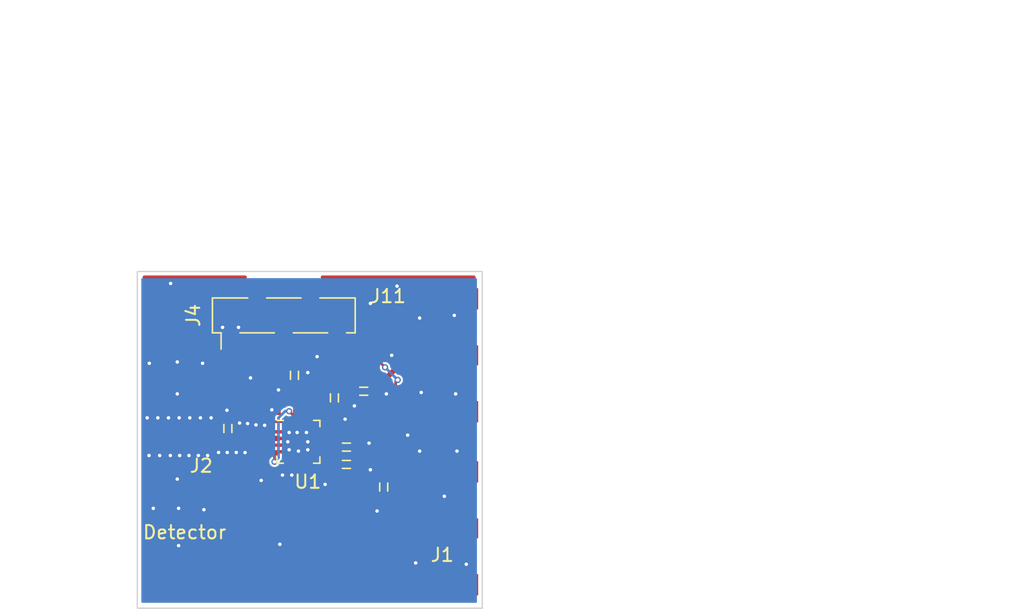
<source format=kicad_pcb>
(kicad_pcb (version 20240108) (generator "pcbnew") (generator_version "8.0")
  (layers (0 "F.Cu" mixed) (1 "In1.Cu" signal) (2 "In2.Cu" signal) (31 "B.Cu" mixed) (35 "F.Paste" user) (36 "B.SilkS" user "B.Silkscreen") (37 "F.SilkS" user "F.Silkscreen") (38 "B.Mask" user) (39 "F.Mask" user) (44 "Edge.Cuts" user))
  (net 0 "")
  (net 1 "GND")
  (net 2 "Net-(J2-RF)")
  (net 3 "Net-(J1-RF)")
  (net 4 "Net-(J11-RF)")
  (net 5 "+5V")
  (net 6 "/5V0_FIL")
  (net 7 "Net-(U1-VRMS)")
  (net 8 "Net-(U1-VENV)")
  (net 10 "Net-(U1-RFIN)")
  (net 11 "Net-(J4-Pin_3)")
  (net 12 "Net-(U1-FLT2)")
  (net 16 "Net-(U1-FLT4)")
  (net 19 "Net-(U1-FLT1)")
  (net 20 "Net-(J4-Pin_4)")
  (net 21 "Net-(U1-EREF)")
  (net 22 "Net-(J4-Pin_5)")
  (footprint "b_all:R603" (layer "F.Cu") (at 204.4 104.5 90)
    (property "Reference" "R2" (hide yes))
    (property "Value" "1" (hide yes))
    (fp_line (start -0.3 -0.3) (end 0.3 -0.3) (stroke (width 0.12)) (layer "F.SilkS"))
    (fp_line (start -0.3 0.3) (end 0.3 0.3) (stroke (width 0.12)) (layer "F.SilkS"))
    (pad "1" smd rect (at -0.7 0 90) (size 0.6 0.8) (layers "F.Cu" "F.Paste" "F.Mask") (net 6 "/5V0_FIL"))
    (pad "2" smd rect (at 0.7 0 90) (size 0.6 0.8) (layers "F.Cu" "F.Paste" "F.Mask") (net 5 "+5V"))
  )
  (footprint "b_all:R603" (layer "F.Cu") (at 207.4 106.2 -90)
    (property "Reference" "R3" (hide yes))
    (property "Value" "0" (hide yes))
    (fp_line (start -0.3 0.3) (end 0.3 0.3) (stroke (width 0.12)) (layer "F.SilkS"))
    (fp_line (start -0.3 -0.3) (end 0.3 -0.3) (stroke (width 0.12)) (layer "F.SilkS"))
    (pad "1" smd rect (at -0.7 0 270) (size 0.6 0.8) (layers "F.Cu" "F.Paste" "F.Mask") (net 22 "Net-(J4-Pin_5)"))
    (pad "2" smd rect (at 0.7 0 270) (size 0.6 0.8) (layers "F.Cu" "F.Paste" "F.Mask") (net 7 "Net-(U1-VRMS)"))
  )
  (footprint "b_all:R603" (layer "F.Cu") (at 199.4 108.5 90)
    (property "Reference" "R1" (hide yes))
    (property "Value" "0" (hide yes))
    (fp_line (start -0.3 -0.3) (end 0.3 -0.3) (stroke (width 0.12)) (layer "F.SilkS"))
    (fp_line (start -0.3 0.3) (end 0.3 0.3) (stroke (width 0.12)) (layer "F.SilkS"))
    (pad "1" smd rect (at -0.7 0 90) (size 0.6 0.8) (layers "F.Cu" "F.Paste" "F.Mask") (net 2 "Net-(J2-RF)"))
    (pad "2" smd rect (at 0.7 0 90) (size 0.6 0.8) (layers "F.Cu" "F.Paste" "F.Mask") (net 1 "GND"))
  )
  (footprint "b_all:C603" (layer "F.Cu") (at 201.1 109.2 180)
    (property "Reference" "C1" (hide yes))
    (property "Value" "6200pf" (hide yes))
    (pad "1" smd rect (at -0.7 0 180) (size 0.6 0.8) (layers "F.Cu" "F.Paste" "F.Mask") (net 10 "Net-(U1-RFIN)"))
    (pad "2" smd rect (at 0.7 0 180) (size 0.6 0.8) (layers "F.Cu" "F.Paste" "F.Mask") (net 2 "Net-(J2-RF)"))
  )
  (footprint "b_all:R603" (layer "F.Cu") (at 211.1 112.9 90)
    (property "Reference" "R6" (hide yes))
    (property "Value" "0" (hide yes))
    (fp_line (start -0.3 -0.3) (end 0.3 -0.3) (stroke (width 0.12)) (layer "F.SilkS"))
    (fp_line (start -0.3 0.3) (end 0.3 0.3) (stroke (width 0.12)) (layer "F.SilkS"))
    (pad "1" smd rect (at -0.7 0 90) (size 0.6 0.8) (layers "F.Cu" "F.Paste" "F.Mask") (net 3 "Net-(J1-RF)"))
    (pad "2" smd rect (at 0.7 0 90) (size 0.6 0.8) (layers "F.Cu" "F.Paste" "F.Mask") (net 20 "Net-(J4-Pin_4)"))
  )
  (footprint "b_all:QFN-16-1EP_3x3mm_P0.5mm_EP.9x.9mm" (layer "F.Cu") (at 204.7 109.5)
    (property "Reference" "U1" (at 0.7 3 0) (layer "F.SilkS"))
    (property "Value" "~")
    (fp_line (start -1.61 1.61) (end -1.61 1.135) (stroke (width 0.12)) (layer "F.SilkS"))
    (fp_line (start -1.135 -1.61) (end -1.61 -1.61) (stroke (width 0.12)) (layer "F.SilkS"))
    (fp_line (start -1.135 1.61) (end -1.61 1.61) (stroke (width 0.12)) (layer "F.SilkS"))
    (fp_line (start 1.135 -1.61) (end 1.61 -1.61) (stroke (width 0.12)) (layer "F.SilkS"))
    (fp_line (start 1.135 1.61) (end 1.61 1.61) (stroke (width 0.12)) (layer "F.SilkS"))
    (fp_line (start 1.61 -1.61) (end 1.61 -1.135) (stroke (width 0.12)) (layer "F.SilkS"))
    (fp_line (start 1.61 1.61) (end 1.61 1.135) (stroke (width 0.12)) (layer "F.SilkS"))
    (pad "1" smd roundrect (at -1.5125 -0.75) (size 0.675 0.25) (layers "F.Cu" "F.Paste" "F.Mask"))
    (pad "2" smd roundrect (at -1.5125 -0.25) (size 0.675 0.25) (layers "F.Cu" "F.Paste" "F.Mask") (net 10 "Net-(U1-RFIN)"))
    (pad "3" smd roundrect (at -1.5125 0.25) (size 0.675 0.25) (layers "F.Cu" "F.Paste" "F.Mask") (net 19 "Net-(U1-FLT1)"))
    (pad "4" smd roundrect (at -1.5125 0.75) (size 0.675 0.25) (layers "F.Cu" "F.Paste" "F.Mask") (net 6 "/5V0_FIL"))
    (pad "5" smd roundrect (at -0.75 1.5125) (size 0.25 0.675) (layers "F.Cu" "F.Paste" "F.Mask") (net 1 "GND"))
    (pad "6" smd roundrect (at -0.25 1.5125) (size 0.25 0.675) (layers "F.Cu" "F.Paste" "F.Mask"))
    (pad "7" smd roundrect (at 0.25 1.5125) (size 0.25 0.675) (layers "F.Cu" "F.Paste" "F.Mask"))
    (pad "8" smd roundrect (at 0.75 1.5125) (size 0.25 0.675) (layers "F.Cu" "F.Paste" "F.Mask"))
    (pad "9" smd roundrect (at 1.5125 0.75) (size 0.675 0.25) (layers "F.Cu" "F.Paste" "F.Mask") (net 21 "Net-(U1-EREF)"))
    (pad "10" smd roundrect (at 1.5125 0.25) (size 0.675 0.25) (layers "F.Cu" "F.Paste" "F.Mask") (net 8 "Net-(U1-VENV)"))
    (pad "11" smd roundrect (at 1.5125 -0.25) (size 0.675 0.25) (layers "F.Cu" "F.Paste" "F.Mask") (net 7 "Net-(U1-VRMS)"))
    (pad "12" smd roundrect (at 1.5125 -0.75) (size 0.675 0.25) (layers "F.Cu" "F.Paste" "F.Mask"))
    (pad "13" smd roundrect (at 0.75 -1.5125) (size 0.25 0.675) (layers "F.Cu" "F.Paste" "F.Mask"))
    (pad "14" smd roundrect (at 0.25 -1.5125) (size 0.25 0.675) (layers "F.Cu" "F.Paste" "F.Mask") (net 16 "Net-(U1-FLT4)"))
    (pad "15" smd roundrect (at -0.25 -1.5125) (size 0.25 0.675) (layers "F.Cu" "F.Paste" "F.Mask") (net 6 "/5V0_FIL"))
    (pad "16" smd roundrect (at -0.75 -1.5125) (size 0.25 0.675) (layers "F.Cu" "F.Paste" "F.Mask") (net 12 "Net-(U1-FLT2)"))
    (pad "17" smd rect (at 0 0) (size 0.93 0.93) (layers "F.Cu" "F.Mask") (net 1 "GND"))
  )
  (footprint "b_all:R603" (layer "F.Cu") (at 208.3 109.9 180)
    (property "Reference" "R5" (hide yes))
    (property "Value" "0" (hide yes))
    (fp_line (start -0.3 0.3) (end 0.3 0.3) (stroke (width 0.12)) (layer "F.SilkS"))
    (fp_line (start -0.3 -0.3) (end 0.3 -0.3) (stroke (width 0.12)) (layer "F.SilkS"))
    (pad "1" smd rect (at -0.7 0 180) (size 0.6 0.8) (layers "F.Cu" "F.Paste" "F.Mask") (net 4 "Net-(J11-RF)"))
    (pad "2" smd rect (at 0.7 0 180) (size 0.6 0.8) (layers "F.Cu" "F.Paste" "F.Mask") (net 8 "Net-(U1-VENV)"))
  )
  (footprint "b_all:SMA_Edge_062_142_0701" (layer "F.Cu") (at 195.7 109.1 90)
    (property "Reference" "J2" (at -2.2 1.7 180) (layer "F.SilkS"))
    (property "Value" "SMA_Edge")
    (pad "1" smd rect (at 0 -1.4 90) (size 0.5 2.6) (layers "F.Cu" "F.Mask") (net 2 "Net-(J2-RF)"))
    (pad "2" smd rect (at -4.2418 -0.1 90) (size 1.9 5.2) (layers "*.Mask" "F.Cu") (net 1 "GND"))
    (pad "2" smd rect (at -4.2 -0.1 90) (size 1.9 5.2) (layers "*.Mask" "B.Cu") (net 1 "GND"))
    (pad "2" smd rect (at 4.2 -0.1 90) (size 1.9 5.2) (layers "*.Mask" "B.Cu") (net 1 "GND"))
    (pad "2" smd rect (at 4.2418 -0.1 90) (size 1.9 5.2) (layers "*.Mask" "F.Cu") (net 1 "GND"))
  )
  (footprint "b_all:C603" (layer "F.Cu") (at 205.9 106 90)
    (property "Reference" "C6" (hide yes))
    (property "Value" ".1uF" (hide yes))
    (pad "1" smd rect (at -0.7 0 90) (size 0.6 0.8) (layers "F.Cu" "F.Paste" "F.Mask") (net 16 "Net-(U1-FLT4)"))
    (pad "2" smd rect (at 0.7 0 90) (size 0.6 0.8) (layers "F.Cu" "F.Paste" "F.Mask") (net 6 "/5V0_FIL"))
  )
  (footprint "b_all:R603" (layer "F.Cu") (at 209.6 105.7 180)
    (property "Reference" "R7" (hide yes))
    (property "Value" "0" (hide yes))
    (fp_line (start -0.3 0.3) (end 0.3 0.3) (stroke (width 0.12)) (layer "F.SilkS"))
    (fp_line (start -0.3 -0.3) (end 0.3 -0.3) (stroke (width 0.12)) (layer "F.SilkS"))
    (pad "1" smd rect (at -0.7 0 180) (size 0.6 0.8) (layers "F.Cu" "F.Paste" "F.Mask") (net 4 "Net-(J11-RF)"))
    (pad "2" smd rect (at 0.7 0 180) (size 0.6 0.8) (layers "F.Cu" "F.Paste" "F.Mask") (net 11 "Net-(J4-Pin_3)"))
  )
  (footprint "b_all:C603" (layer "F.Cu") (at 209 108.1 -90)
    (property "Reference" "C9" (hide yes))
    (property "Value" "DNI" (hide yes))
    (pad "1" smd rect (at -0.7 0 270) (size 0.6 0.8) (layers "F.Cu" "F.Paste" "F.Mask") (net 1 "GND"))
    (pad "2" smd rect (at 0.7 0 270) (size 0.6 0.8) (layers "F.Cu" "F.Paste" "F.Mask") (net 4 "Net-(J11-RF)"))
  )
  (footprint "b_all:SMA_Edge_062" (layer "F.Cu") (at 215.493 103 -90)
    (property "Reference" "J11" (at -4.445 4.064 0) (layer "F.SilkS"))
    (property "Value" "SMA_Edge")
    (pad "1" smd rect (at 0 -0.1 270) (size 1.4986 5.2) (layers "F.Cu" "F.Mask") (net 4 "Net-(J11-RF)"))
    (pad "2" smd rect (at -4.2418 -0.1 270) (size 1.6002 5.2) (layers "*.Mask" "F.Cu") (net 1 "GND"))
    (pad "2" smd rect (at 4.2418 -0.1 270) (size 1.6002 5.2) (layers "*.Mask" "F.Cu") (net 1 "GND"))
  )
  (footprint "Connector_PinSocket_2.00mm:PinSocket_1x05_P2.00mm_Vertical_SMD_Pin1Left" (layer "F.Cu") (at 203.6 100 90)
    (property "Reference" "J4" (at 0 -6.8 -90) (layer "F.SilkS"))
    (property "Value" "Conn_01x05")
    (fp_line (start 1.31 -5.36) (end 1.31 -2.71) (stroke (width 0.12)) (layer "F.SilkS"))
    (fp_line (start -1.31 -5.36) (end 1.31 -5.36) (stroke (width 0.12)) (layer "F.SilkS"))
    (fp_line (start -1.31 -5.36) (end -1.31 -4.71) (stroke (width 0.12)) (layer "F.SilkS"))
    (fp_line (start -2.54 -4.71) (end -1.31 -4.71) (stroke (width 0.12)) (layer "F.SilkS"))
    (fp_line (start -1.31 -3.29) (end -1.31 -0.71) (stroke (width 0.12)) (layer "F.SilkS"))
    (fp_line (start 1.31 -1.29) (end 1.31 1.29) (stroke (width 0.12)) (layer "F.SilkS"))
    (fp_line (start -1.31 0.71) (end -1.31 3.29) (stroke (width 0.12)) (layer "F.SilkS"))
    (fp_line (start 1.31 2.71) (end 1.31 5.36) (stroke (width 0.12)) (layer "F.SilkS"))
    (fp_line (start -1.31 4.71) (end -1.31 5.36) (stroke (width 0.12)) (layer "F.SilkS"))
    (fp_line (start -1.31 5.36) (end 1.31 5.36) (stroke (width 0.12)) (layer "F.SilkS"))
    (pad "1" smd rect (at -1.6 -4 90) (size 2 0.9) (layers "F.Cu" "F.Paste" "F.Mask") (net 1 "GND"))
    (pad "2" smd rect (at 1.6 -2 90) (size 2 0.9) (layers "F.Cu" "F.Paste" "F.Mask") (net 5 "+5V"))
    (pad "3" smd rect (at -1.6 0 90) (size 2 0.9) (layers "F.Cu" "F.Paste" "F.Mask") (net 11 "Net-(J4-Pin_3)"))
    (pad "4" smd rect (at 1.6 2 90) (size 2 0.9) (layers "F.Cu" "F.Paste" "F.Mask") (net 20 "Net-(J4-Pin_4)"))
    (pad "5" smd rect (at -1.6 4 90) (size 2 0.9) (layers "F.Cu" "F.Paste" "F.Mask") (net 22 "Net-(J4-Pin_5)"))
  )
  (footprint "b_all:C603" (layer "F.Cu") (at 202.4 104.7)
    (property "Reference" "C2" (hide yes))
    (property "Value" ".1uF" (hide yes))
    (pad "1" smd rect (at -0.7 0) (size 0.6 0.8) (layers "F.Cu" "F.Paste" "F.Mask") (net 1 "GND"))
    (pad "2" smd rect (at 0.7 0) (size 0.6 0.8) (layers "F.Cu" "F.Paste" "F.Mask") (net 6 "/5V0_FIL"))
  )
  (footprint "b_all:C603" (layer "F.Cu") (at 201.9 111 90)
    (property "Reference" "C3" (hide yes))
    (property "Value" "DNI" (hide yes))
    (pad "1" smd rect (at -0.7 0 90) (size 0.6 0.8) (layers "F.Cu" "F.Paste" "F.Mask") (net 1 "GND"))
    (pad "2" smd rect (at 0.7 0 90) (size 0.6 0.8) (layers "F.Cu" "F.Paste" "F.Mask") (net 19 "Net-(U1-FLT1)"))
  )
  (footprint "b_all:C603" (layer "F.Cu") (at 208.3 112.5)
    (property "Reference" "C7" (hide yes))
    (property "Value" "DNI" (hide yes))
    (pad "1" smd rect (at -0.7 0) (size 0.6 0.8) (layers "F.Cu" "F.Paste" "F.Mask") (net 1 "GND"))
    (pad "2" smd rect (at 0.7 0) (size 0.6 0.8) (layers "F.Cu" "F.Paste" "F.Mask") (net 3 "Net-(J1-RF)"))
  )
  (footprint "b_all:SMA_Edge_062" (layer "F.Cu") (at 215.493 116 -90)
    (property "Reference" "J1" (at 2 -0.007 0) (layer "F.SilkS"))
    (property "Value" "SMA_Edge")
    (pad "1" smd rect (at 0 -0.1 270) (size 1.4986 5.2) (layers "F.Cu" "F.Mask") (net 3 "Net-(J1-RF)"))
    (pad "2" smd rect (at -4.2418 -0.1 270) (size 1.6002 5.2) (layers "*.Mask" "F.Cu") (net 1 "GND"))
    (pad "2" smd rect (at 4.2418 -0.1 270) (size 1.6002 5.2) (layers "*.Mask" "F.Cu") (net 1 "GND"))
  )
  (footprint "b_all:R603" (layer "F.Cu") (at 208.3 111.2 180)
    (property "Reference" "R4" (hide yes))
    (property "Value" "0" (hide yes))
    (fp_line (start -0.3 0.3) (end 0.3 0.3) (stroke (width 0.12)) (layer "F.SilkS"))
    (fp_line (start -0.3 -0.3) (end 0.3 -0.3) (stroke (width 0.12)) (layer "F.SilkS"))
    (pad "1" smd rect (at -0.7 0 180) (size 0.6 0.8) (layers "F.Cu" "F.Paste" "F.Mask") (net 3 "Net-(J1-RF)"))
    (pad "2" smd rect (at 0.7 0 180) (size 0.6 0.8) (layers "F.Cu" "F.Paste" "F.Mask") (net 21 "Net-(U1-EREF)"))
  )
  (footprint "b_all:C603" (layer "F.Cu") (at 206.8 104)
    (property "Reference" "C8" (hide yes))
    (property "Value" "DNI" (hide yes))
    (pad "1" smd rect (at -0.7 0) (size 0.6 0.8) (layers "F.Cu" "F.Paste" "F.Mask") (net 1 "GND"))
    (pad "2" smd rect (at 0.7 0) (size 0.6 0.8) (layers "F.Cu" "F.Paste" "F.Mask") (net 22 "Net-(J4-Pin_5)"))
  )
  (footprint "b_all:C603" (layer "F.Cu") (at 201.7 106.7 90)
    (property "Reference" "C5" (hide yes))
    (property "Value" "DNI" (hide yes))
    (pad "1" smd rect (at -0.7 0 90) (size 0.6 0.8) (layers "F.Cu" "F.Paste" "F.Mask") (net 12 "Net-(U1-FLT2)"))
    (pad "2" smd rect (at 0.7 0 90) (size 0.6 0.8) (layers "F.Cu" "F.Paste" "F.Mask") (net 6 "/5V0_FIL"))
  )
  (footprint "b_all:C603" (layer "F.Cu") (at 203.7 106.4)
    (property "Reference" "C4" (hide yes))
    (property "Value" "6200pf" (hide yes))
    (pad "1" smd rect (at -0.7 0) (size 0.6 0.8) (layers "F.Cu" "F.Paste" "F.Mask") (net 1 "GND"))
    (pad "2" smd rect (at 0.7 0) (size 0.6 0.8) (layers "F.Cu" "F.Paste" "F.Mask") (net 6 "/5V0_FIL"))
  )
  (gr_line (start 192.6 122) (end 192.6 96.7) (stroke (width 0.1)) (layer "Edge.Cuts"))
  (gr_line (start 218.5 122) (end 192.6 122) (stroke (width 0.1)) (layer "Edge.Cuts"))
  (gr_line (start 192.6 96.7) (end 218.5 96.7) (stroke (width 0.1)) (layer "Edge.Cuts"))
  (gr_line (start 218.5 96.7) (end 218.5 122) (stroke (width 0.1)) (layer "Edge.Cuts"))
  (gr_text "Detector" (at 196.15 116.3 0) (layer "F.SilkS") (effects (font (size 1 1))))
  (segment (start 204 108.8) (end 204.7 109.5) (width 0.25) (layer "F.Cu") (net 1))
  (segment (start 204.6 108.8) (end 204.6 109.4) (width 0.25) (layer "F.Cu") (net 1))
  (segment (start 203.95 111.75) (end 204.2 112) (width 0.4) (layer "F.Cu") (net 1))
  (segment (start 205.3 108.9) (end 204.7 109.5) (width 0.25) (layer "F.Cu") (net 1))
  (segment (start 203.2 106.2) (end 203 106.4) (width 0.25) (layer "F.Cu") (net 1))
  (segment (start 204.6 109.4) (end 204.7 109.5) (width 0.25) (layer "F.Cu") (net 1))
  (segment (start 203 106.8) (end 202.7 107.1) (width 0.25) (layer "F.Cu") (net 1))
  (segment (start 208.6 107.4) (end 208.2 107.8) (width 0.25) (layer "F.Cu") (net 1))
  (segment (start 203 106.4) (end 203 106.8) (width 0.25) (layer "F.Cu") (net 1))
  (segment (start 205.8 104.3) (end 206.1 104) (width 0.25) (layer "F.Cu") (net 1))
  (segment (start 203.95 111.55) (end 203.5 112) (width 0.4) (layer "F.Cu") (net 1))
  (segment (start 205.3 108.8) (end 205.3 108.9) (width 0.25) (layer "F.Cu") (net 1))
  (segment (start 205.3 110.1) (end 204.7 109.5) (width 0.25) (layer "F.Cu") (net 1))
  (segment (start 209 106.9) (end 208.9 106.8) (width 0.25) (layer "F.Cu") (net 1))
  (segment (start 203.2 105.6) (end 203.2 106.2) (width 0.25) (layer "F.Cu") (net 1))
  (segment (start 203.9 109.5) (end 204.7 109.5) (width 0.25) (layer "F.Cu") (net 1))
  (segment (start 205.4 109.5) (end 204.7 109.5) (width 0.25) (layer "F.Cu") (net 1))
  (segment (start 209 107.4) (end 209 106.9) (width 0.25) (layer "F.Cu") (net 1))
  (segment (start 204.1 110.1) (end 204.7 109.5) (width 0.25) (layer "F.Cu") (net 1))
  (segment (start 209 107.4) (end 208.6 107.4) (width 0.25) (layer "F.Cu") (net 1))
  (segment (start 205.4 110.1) (end 205.3 110.1) (width 0.25) (layer "F.Cu") (net 1))
  (segment (start 205.4 104.3) (end 205.8 104.3) (width 0.25) (layer "F.Cu") (net 1))
  (segment (start 203.95 111.0125) (end 203.95 111.75) (width 0.4) (layer "F.Cu") (net 1))
  (segment (start 204 110.1) (end 204.1 110.1) (width 0.25) (layer "F.Cu") (net 1))
  (segment (start 203.95 111.0125) (end 203.95 111.55) (width 0.4) (layer "F.Cu") (net 1))
  (segment (start 204.7 110.2) (end 204.7 109.5) (width 0.25) (layer "F.Cu") (net 1))
  (via (at 208.9 106.8) (size 0.47) (drill 0.26) (layers "F.Cu" "B.Cu") (net 1))
  (via (at 195.7 114.5) (size 0.47) (drill 0.26) (layers "F.Cu" "B.Cu") (net 1))
  (via (at 216.4 100) (size 0.47) (drill 0.26) (layers "F.Cu" "B.Cu") (net 1))
  (via (at 200.2 100.9) (size 0.47) (drill 0.26) (layers "F.Cu" "B.Cu") (net 1))
  (via (at 206.7 112.7) (size 0.47) (drill 0.26) (layers "F.Cu" "B.Cu") (net 1))
  (via (at 203.5 112) (size 0.47) (drill 0.26) (layers "F.Cu" "B.Cu") (net 1))
  (via (at 210.1 99.1) (size 0.47) (drill 0.26) (layers "F.Cu" "B.Cu") (net 1))
  (via (at 205.3 108.8) (size 0.47) (drill 0.26) (layers "F.Cu" "B.Cu") (net 1))
  (via (at 204.7 110.2) (size 0.47) (drill 0.26) (layers "F.Cu" "B.Cu") (net 1))
  (via (at 200.88 108.13) (size 0.47) (drill 0.26) (layers "F.Cu" "B.Cu") (net 1))
  (via (at 200.69 110.31) (size 0.47) (drill 0.26) (layers "F.Cu" "B.Cu") (net 1))
  (via (at 195.6 105.9) (size 0.47) (drill 0.26) (layers "F.Cu" "B.Cu") (net 1))
  (via (at 212.1 97.8) (size 0.47) (drill 0.26) (layers "F.Cu" "B.Cu") (net 1))
  (via (at 213.5 118.6) (size 0.47) (drill 0.26) (layers "F.Cu" "B.Cu") (net 1))
  (via (at 199.35 110.3) (size 0.47) (drill 0.26) (layers "F.Cu" "B.Cu") (net 1))
  (via (at 211.3 105.9) (size 0.47) (drill 0.26) (layers "F.Cu" "B.Cu") (net 1))
  (via (at 203.2 105.6) (size 0.47) (drill 0.26) (layers "F.Cu" "B.Cu") (net 1))
  (via (at 197.5 103.6) (size 0.47) (drill 0.26) (layers "F.Cu" "B.Cu") (net 1))
  (via (at 195.74 107.7) (size 0.47) (drill 0.26) (layers "F.Cu" "B.Cu") (net 1))
  (via (at 195.6 112.3) (size 0.47) (drill 0.26) (layers "F.Cu" "B.Cu") (net 1))
  (via (at 195.08 110.53) (size 0.47) (drill 0.26) (layers "F.Cu" "B.Cu") (net 1))
  (via (at 210.1 111.6) (size 0.47) (drill 0.26) (layers "F.Cu" "B.Cu") (net 1))
  (via (at 210.6 114.7) (size 0.47) (drill 0.26) (layers "F.Cu" "B.Cu") (net 1))
  (via (at 204.6 108.8) (size 0.47) (drill 0.26) (layers "F.Cu" "B.Cu") (net 1))
  (via (at 193.34 107.7) (size 0.47) (drill 0.26) (layers "F.Cu" "B.Cu") (net 1))
  (via (at 208.2 107.8) (size 0.47) (drill 0.26) (layers "F.Cu" "B.Cu") (net 1))
  (via (at 198.7 110.3) (size 0.47) (drill 0.26) (layers "F.Cu" "B.Cu") (net 1))
  (via (at 203.9 109.5) (size 0.47) (drill 0.26) (layers "F.Cu" "B.Cu") (net 1))
  (via (at 213.8 100.2) (size 0.47) (drill 0.26) (layers "F.Cu" "B.Cu") (net 1))
  (via (at 205.4 110.1) (size 0.47) (drill 0.26) (layers "F.Cu" "B.Cu") (net 1))
  (via (at 216.5 105.9) (size 0.47) (drill 0.26) (layers "F.Cu" "B.Cu") (net 1))
  (via (at 201.1 104.7) (size 0.47) (drill 0.26) (layers "F.Cu" "B.Cu") (net 1))
  (via (at 195.1 97.6) (size 0.47) (drill 0.26) (layers "F.Cu" "B.Cu") (net 1))
  (via (at 197.18 110.53) (size 0.47) (drill 0.26) (layers "F.Cu" "B.Cu") (net 1))
  (via (at 213.915843 105.791244) (size 0.47) (drill 0.26) (layers "F.Cu" "B.Cu") (net 1))
  (via (at 197.6 114.6) (size 0.47) (drill 0.26) (layers "F.Cu" "B.Cu") (net 1))
  (via (at 200.03 110.3) (size 0.47) (drill 0.26) (layers "F.Cu" "B.Cu") (net 1))
  (via (at 194.94 107.7) (size 0.47) (drill 0.26) (layers "F.Cu" "B.Cu") (net 1))
  (via (at 199 100.9) (size 0.47) (drill 0.26) (layers "F.Cu" "B.Cu") (net 1))
  (via (at 206.1 103.1) (size 0.47) (drill 0.26) (layers "F.Cu" "B.Cu") (net 1))
  (via (at 204.2 112) (size 0.47) (drill 0.26) (layers "F.Cu" "B.Cu") (net 1))
  (via (at 205.4 109.5) (size 0.47) (drill 0.26) (layers "F.Cu" "B.Cu") (net 1))
  (via (at 193.48 110.53) (size 0.47) (drill 0.26) (layers "F.Cu" "B.Cu") (net 1))
  (via (at 198.14 107.7) (size 0.47) (drill 0.26) (layers "F.Cu" "B.Cu") (net 1))
  (via (at 210 109.6) (size 0.47) (drill 0.26) (layers "F.Cu" "B.Cu") (net 1))
  (via (at 195.6 103.5) (size 0.47) (drill 0.26) (layers "F.Cu" "B.Cu") (net 1))
  (via (at 197.88 110.53) (size 0.47) (drill 0.26) (layers "F.Cu" "B.Cu") (net 1))
  (via (at 193.5 103.6) (size 0.47) (drill 0.26) (layers "F.Cu" "B.Cu") (net 1))
  (via (at 217.3 118.7) (size 0.47) (drill 0.26) (layers "F.Cu" "B.Cu") (net 1))
  (via (at 195.78 110.53) (size 0.47) (drill 0.26) (layers "F.Cu" "B.Cu") (net 1))
  (via (at 197.34 107.7) (size 0.47) (drill 0.26) (layers "F.Cu" "B.Cu") (net 1))
  (via (at 194.14 107.7) (size 0.47) (drill 0.26) (layers "F.Cu" "B.Cu") (net 1))
  (via (at 211.7 103) (size 0.47) (drill 0.26) (layers "F.Cu" "B.Cu") (net 1))
  (via (at 201.9 112.4) (size 0.47) (drill 0.26) (layers "F.Cu" "B.Cu") (net 1))
  (via (at 212.9 109) (size 0.47) (drill 0.26) (layers "F.Cu" "B.Cu") (net 1))
  (via (at 202.7 107.1) (size 0.47) (drill 0.26) (layers "F.Cu" "B.Cu") (net 1))
  (via (at 196.54 107.7) (size 0.47) (drill 0.26) (layers "F.Cu" "B.Cu") (net 1))
  (via (at 199.33 107.13) (size 0.47) (drill 0.26) (layers "F.Cu" "B.Cu") (net 1))
  (via (at 216.6 110.2) (size 0.47) (drill 0.26) (layers "F.Cu" "B.Cu") (net 1))
  (via (at 204 108.8) (size 0.47) (drill 0.26) (layers "F.Cu" "B.Cu") (net 1))
  (via (at 195.7 117.3) (size 0.47) (drill 0.26) (layers "F.Cu" "B.Cu") (net 1))
  (via (at 202.16 108.26) (size 0.47) (drill 0.26) (layers "F.Cu" "B.Cu") (net 1))
  (via (at 201.51 108.23) (size 0.47) (drill 0.26) (layers "F.Cu" "B.Cu") (net 1))
  (via (at 194.28 110.53) (size 0.47) (drill 0.26) (layers "F.Cu" "B.Cu") (net 1))
  (via (at 215.653299 113.59371) (size 0.47) (drill 0.26) (layers "F.Cu" "B.Cu") (net 1))
  (via (at 205.4 104.3) (size 0.47) (drill 0.26) (layers "F.Cu" "B.Cu") (net 1))
  (via (at 204 110.1) (size 0.47) (drill 0.26) (layers "F.Cu" "B.Cu") (net 1))
  (via (at 213.8 110.2) (size 0.47) (drill 0.26) (layers "F.Cu" "B.Cu") (net 1))
  (via (at 200.28 108.09) (size 0.47) (drill 0.26) (layers "F.Cu" "B.Cu") (net 1))
  (via (at 196.48 110.53) (size 0.47) (drill 0.26) (layers "F.Cu" "B.Cu") (net 1))
  (via (at 203.3 117.2) (size 0.47) (drill 0.26) (layers "F.Cu" "B.Cu") (net 1))
  (via (at 193.8 114.5) (size 0.47) (drill 0.26) (layers "F.Cu" "B.Cu") (net 1))
  (segment (start 195.6 109.1) (end 199.3 109.1) (width 0.36) (layer "F.Cu") (net 2))
  (segment (start 199.4 109.2) (end 200.4 109.2) (width 0.4) (layer "F.Cu") (net 2))
  (segment (start 199.3 109.1) (end 199.4 109.2) (width 0.4) (layer "F.Cu") (net 2))
  (segment (start 209 111.2) (end 209 112.5) (width 0.4) (layer "F.Cu") (net 3))
  (segment (start 210 112.5) (end 211.1 113.6) (width 0.4) (layer "F.Cu") (net 3))
  (segment (start 209 112.5) (end 210 112.5) (width 0.4) (layer "F.Cu") (net 3))
  (segment (start 215.593 116) (end 213.3 116) (width 0.4) (layer "F.Cu") (net 3))
  (segment (start 213.3 116) (end 211.1 113.8) (width 0.4) (layer "F.Cu") (net 3))
  (segment (start 211.1 113.8) (end 211.1 113.6) (width 0.4) (layer "F.Cu") (net 3))
  (segment (start 215.093 103.5) (end 215.593 103) (width 0.4) (layer "F.Cu") (net 4))
  (segment (start 209 108.8) (end 209 109.9) (width 0.4) (layer "F.Cu") (net 4))
  (segment (start 210.3 105.7) (end 212.5 103.5) (width 0.4) (layer "F.Cu") (net 4))
  (segment (start 209.4 108.8) (end 210.3 107.9) (width 0.4) (layer "F.Cu") (net 4))
  (segment (start 209 108.8) (end 209.4 108.8) (width 0.4) (layer "F.Cu") (net 4))
  (segment (start 212.5 103.5) (end 215.093 103.5) (width 0.4) (layer "F.Cu") (net 4))
  (segment (start 210.3 107.9) (end 210.3 105.7) (width 0.4) (layer "F.Cu") (net 4))
  (segment (start 203.23 103.8) (end 201.6 102.17) (width 0.54) (layer "F.Cu") (net 5))
  (segment (start 201.6 102.17) (end 201.6 98.4) (width 0.54) (layer "F.Cu") (net 5))
  (segment (start 204.4 103.8) (end 203.23 103.8) (width 0.54) (layer "F.Cu") (net 5))
  (segment (start 204.4 107.9375) (end 204.45 107.9875) (width 0.2) (layer "F.Cu") (net 6))
  (segment (start 202.9 110.5375) (end 202.9 111) (width 0.2) (layer "F.Cu") (net 6))
  (segment (start 201.8 106) (end 203.1 104.7) (width 0.2) (layer "F.Cu") (net 6))
  (segment (start 203.1875 110.25) (end 202.9 110.5375) (width 0.2) (layer "F.Cu") (net 6))
  (segment (start 204.4 106.4) (end 204.4 107.9375) (width 0.2) (layer "F.Cu") (net 6))
  (segment (start 204.4 106.4) (end 204.4 105.2) (width 0.2) (layer "F.Cu") (net 6))
  (segment (start 204.5 105.3) (end 204.4 105.2) (width 0.2) (layer "F.Cu") (net 6))
  (segment (start 204.45 107.65) (end 204 107.2) (width 0.2) (layer "F.Cu") (net 6))
  (segment (start 204.45 107.9875) (end 204.45 107.65) (width 0.2) (layer "F.Cu") (net 6))
  (segment (start 205.9 105.3) (end 204.5 105.3) (width 0.2) (layer "F.Cu") (net 6))
  (segment (start 201.7 106) (end 201.8 106) (width 0.2) (layer "F.Cu") (net 6))
  (segment (start 203.1 104.7) (end 203.9 104.7) (width 0.2) (layer "F.Cu") (net 6))
  (segment (start 203.9 104.7) (end 204.4 105.2) (width 0.2) (layer "F.Cu") (net 6))
  (via (at 202.9 111) (size 0.47) (drill 0.26) (layers "F.Cu" "B.Cu") (net 6))
  (via (at 204 107.2) (size 0.47) (drill 0.26) (layers "F.Cu" "B.Cu") (net 6))
  (segment (start 203.2 107.7) (end 203.7 107.2) (width 0.2) (layer "B.Cu") (net 6))
  (segment (start 202.9 111) (end 203.2 110.7) (width 0.2) (layer "B.Cu") (net 6))
  (segment (start 203.2 110.7) (end 203.2 107.7) (width 0.2) (layer "B.Cu") (net 6))
  (segment (start 203.7 107.2) (end 204 107.2) (width 0.2) (layer "B.Cu") (net 6))
  (segment (start 206.549999 109.25) (end 206.2125 109.25) (width 0.2) (layer "F.Cu") (net 7))
  (segment (start 207.4 108.4) (end 206.549999 109.25) (width 0.2) (layer "F.Cu") (net 7))
  (segment (start 207.4 106.9) (end 207.4 108.4) (width 0.2) (layer "F.Cu") (net 7))
  (segment (start 207.45 109.75) (end 206.2125 109.75) (width 0.2) (layer "F.Cu") (net 8))
  (segment (start 207.6 109.9) (end 207.45 109.75) (width 0.2) (layer "F.Cu") (net 8))
  (segment (start 203.1875 109.25) (end 202.65 109.25) (width 0.4) (layer "F.Cu") (net 10))
  (segment (start 202.65 109.25) (end 202.6 109.2) (width 0.4) (layer "F.Cu") (net 10))
  (segment (start 202.6 109.2) (end 201.8 109.2) (width 0.4) (layer "F.Cu") (net 10))
  (segment (start 208.7 105.5) (end 208.9 105.7) (width 0.2) (layer "F.Cu") (net 11))
  (segment (start 208.8 100.8452) (end 208.8 101.3) (width 0.2) (layer "F.Cu") (net 11))
  (segment (start 208.1548 100.2) (end 208.8 100.8452) (width 0.2) (layer "F.Cu") (net 11))
  (segment (start 208.8 101.3) (end 208.9 101.4) (width 0.2) (layer "F.Cu") (net 11))
  (segment (start 204.9 101.6) (end 206.3 100.2) (width 0.2) (layer "F.Cu") (net 11))
  (segment (start 206.3 100.2) (end 208.1548 100.2) (width 0.2) (layer "F.Cu") (net 11))
  (segment (start 208.9 101.4) (end 208.9 105.7) (width 0.2) (layer "F.Cu") (net 11))
  (segment (start 203.6 101.6) (end 204.9 101.6) (width 0.2) (layer "F.Cu") (net 11))
  (segment (start 202.7125 107.9875) (end 202.7 108) (width 0.2) (layer "F.Cu") (net 12))
  (segment (start 202.7 108) (end 202.1 107.4) (width 0.2) (layer "F.Cu") (net 12))
  (segment (start 202.1 107.4) (end 201.7 107.4) (width 0.2) (layer "F.Cu") (net 12))
  (segment (start 203.95 107.9875) (end 202.7125 107.9875) (width 0.2) (layer "F.Cu") (net 12))
  (segment (start 204.95 107.9875) (end 204.95 107.45) (width 0.2) (layer "F.Cu") (net 16))
  (segment (start 205.7 106.7) (end 205.9 106.7) (width 0.2) (layer "F.Cu") (net 16))
  (segment (start 204.95 107.45) (end 205.7 106.7) (width 0.2) (layer "F.Cu") (net 16))
  (segment (start 203.1875 109.75) (end 202.45 109.75) (width 0.2) (layer "F.Cu") (net 19))
  (segment (start 202.45 109.75) (end 201.9 110.3) (width 0.2) (layer "F.Cu") (net 19))
  (segment (start 208 98.4) (end 205.6 98.4) (width 0.2) (layer "F.Cu") (net 20))
  (segment (start 209.8 100.2) (end 208 98.4) (width 0.2) (layer "F.Cu") (net 20))
  (segment (start 212.15 104.85) (end 212 105) (width 0.2) (layer "F.Cu") (net 20))
  (segment (start 211.1 110.9) (end 211.1 112.2) (width 0.2) (layer "F.Cu") (net 20))
  (segment (start 209.8 102.5) (end 209.8 100.2) (width 0.2) (layer "F.Cu") (net 20))
  (segment (start 212 105) (end 212 110) (width 0.2) (layer "F.Cu") (net 20))
  (segment (start 211.2 103.9) (end 209.8 102.5) (width 0.2) (layer "F.Cu") (net 20))
  (segment (start 212 110) (end 211.1 110.9) (width 0.2) (layer "F.Cu") (net 20))
  (via (at 211.2 103.9) (size 0.47) (drill 0.26) (layers "F.Cu" "B.Cu") (net 20))
  (via (at 212.15 104.85) (size 0.47) (drill 0.26) (layers "F.Cu" "B.Cu") (net 20))
  (segment (start 212.15 104.85) (end 211.2 103.9) (width 0.2) (layer "B.Cu") (net 20))
  (segment (start 206.45 110.25) (end 207.4 111.2) (width 0.2) (layer "F.Cu") (net 21))
  (segment (start 206.2125 110.25) (end 206.45 110.25) (width 0.2) (layer "F.Cu") (net 21))
  (segment (start 207.4 111.2) (end 207.6 111.2) (width 0.2) (layer "F.Cu") (net 21))
  (segment (start 207.6 101.6) (end 207.6 103.9) (width 0.2) (layer "F.Cu") (net 22))
  (segment (start 207.5 105.4) (end 207.4 105.5) (width 0.2) (layer "F.Cu") (net 22))
  (segment (start 207.5 104) (end 207.5 105.4) (width 0.2) (layer "F.Cu") (net 22))
  (segment (start 207.6 103.9) (end 207.5 104) (width 0.2) (layer "F.Cu") (net 22))
  (zone (net 1) (net_name "GND") (layer "F.Cu") (priority 2) (connect_pads yes (clearance 0.4)) (min_thickness 0.25) (fill yes (thermal_gap 0.5) (thermal_bridge_width 0.5))
    (polygon (pts (xy 193 97) (xy 193 121.5) (xy 218 121.5) (xy 218 97)))
  )
  (zone (net 1) (net_name "GND") (layer "B.Cu") (connect_pads yes (clearance 0.153)) (min_thickness 0.153) (fill yes (thermal_gap 0.508) (thermal_bridge_width 0.508))
    (polygon (pts (xy 218.1 121.6) (xy 192.9 121.6) (xy 192.9 97.2) (xy 218.1 97.2)))
  )
)
</source>
